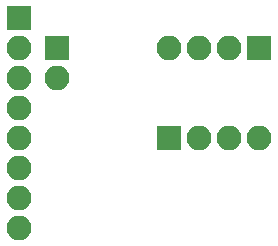
<source format=gbr>
G04 #@! TF.GenerationSoftware,KiCad,Pcbnew,(5.0.0-rc2-178-g3c7b91b96)*
G04 #@! TF.CreationDate,2018-08-09T16:31:39+02:00*
G04 #@! TF.ProjectId,pcb3,706362332E6B696361645F7063620000,rev?*
G04 #@! TF.SameCoordinates,Original*
G04 #@! TF.FileFunction,Soldermask,Bot*
G04 #@! TF.FilePolarity,Negative*
%FSLAX46Y46*%
G04 Gerber Fmt 4.6, Leading zero omitted, Abs format (unit mm)*
G04 Created by KiCad (PCBNEW (5.0.0-rc2-178-g3c7b91b96)) date 08/09/18 16:31:39*
%MOMM*%
%LPD*%
G01*
G04 APERTURE LIST*
%ADD10R,2.100000X2.100000*%
%ADD11O,2.100000X2.100000*%
G04 APERTURE END LIST*
D10*
G04 #@! TO.C,J4*
X112395000Y-67310000D03*
D11*
X112395000Y-69850000D03*
G04 #@! TD*
D10*
G04 #@! TO.C,J2*
X129540000Y-67310000D03*
D11*
X127000000Y-67310000D03*
X124460000Y-67310000D03*
X121920000Y-67310000D03*
G04 #@! TD*
D10*
G04 #@! TO.C,J3*
X121920000Y-74930000D03*
D11*
X124460000Y-74930000D03*
X127000000Y-74930000D03*
X129540000Y-74930000D03*
G04 #@! TD*
D10*
G04 #@! TO.C,J1*
X109220000Y-64770000D03*
D11*
X109220000Y-67310000D03*
X109220000Y-69850000D03*
X109220000Y-72390000D03*
X109220000Y-74930000D03*
X109220000Y-77470000D03*
X109220000Y-80010000D03*
X109220000Y-82550000D03*
G04 #@! TD*
M02*

</source>
